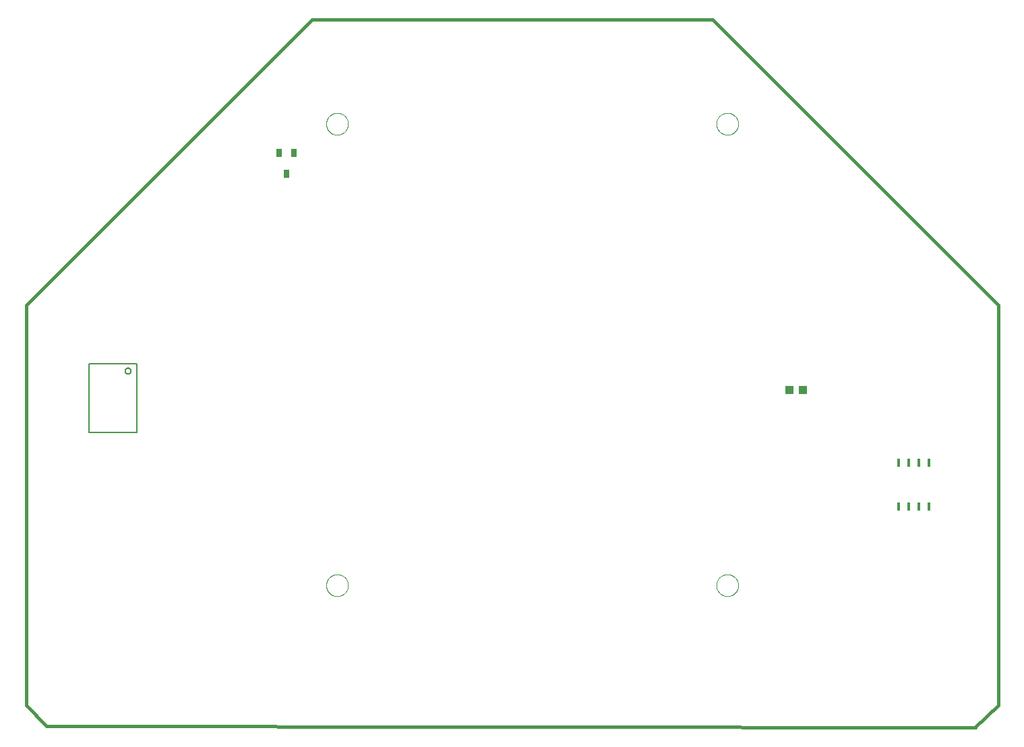
<source format=gtp>
G75*
%MOIN*%
%OFA0B0*%
%FSLAX25Y25*%
%IPPOS*%
%LPD*%
%AMOC8*
5,1,8,0,0,1.08239X$1,22.5*
%
%ADD10C,0.01600*%
%ADD11C,0.00000*%
%ADD12C,0.00500*%
%ADD13R,0.01819X0.04331*%
%ADD14R,0.02756X0.03937*%
%ADD15R,0.04331X0.03937*%
D10*
X0058905Y0179884D02*
X0048884Y0190305D01*
X0048884Y0388295D01*
X0190305Y0529716D01*
X0388295Y0529716D01*
X0529716Y0388295D01*
X0529716Y0190305D01*
X0518095Y0179184D01*
X0518195Y0179316D02*
X0059005Y0179916D01*
D11*
X0197324Y0249599D02*
X0197326Y0249746D01*
X0197332Y0249892D01*
X0197342Y0250038D01*
X0197356Y0250184D01*
X0197374Y0250330D01*
X0197395Y0250475D01*
X0197421Y0250619D01*
X0197451Y0250763D01*
X0197484Y0250905D01*
X0197521Y0251047D01*
X0197562Y0251188D01*
X0197607Y0251327D01*
X0197656Y0251466D01*
X0197708Y0251603D01*
X0197765Y0251738D01*
X0197824Y0251872D01*
X0197888Y0252004D01*
X0197955Y0252134D01*
X0198025Y0252263D01*
X0198099Y0252390D01*
X0198176Y0252514D01*
X0198257Y0252637D01*
X0198341Y0252757D01*
X0198428Y0252875D01*
X0198518Y0252990D01*
X0198611Y0253103D01*
X0198708Y0253214D01*
X0198807Y0253322D01*
X0198909Y0253427D01*
X0199014Y0253529D01*
X0199122Y0253628D01*
X0199233Y0253725D01*
X0199346Y0253818D01*
X0199461Y0253908D01*
X0199579Y0253995D01*
X0199699Y0254079D01*
X0199822Y0254160D01*
X0199946Y0254237D01*
X0200073Y0254311D01*
X0200202Y0254381D01*
X0200332Y0254448D01*
X0200464Y0254512D01*
X0200598Y0254571D01*
X0200733Y0254628D01*
X0200870Y0254680D01*
X0201009Y0254729D01*
X0201148Y0254774D01*
X0201289Y0254815D01*
X0201431Y0254852D01*
X0201573Y0254885D01*
X0201717Y0254915D01*
X0201861Y0254941D01*
X0202006Y0254962D01*
X0202152Y0254980D01*
X0202298Y0254994D01*
X0202444Y0255004D01*
X0202590Y0255010D01*
X0202737Y0255012D01*
X0202884Y0255010D01*
X0203030Y0255004D01*
X0203176Y0254994D01*
X0203322Y0254980D01*
X0203468Y0254962D01*
X0203613Y0254941D01*
X0203757Y0254915D01*
X0203901Y0254885D01*
X0204043Y0254852D01*
X0204185Y0254815D01*
X0204326Y0254774D01*
X0204465Y0254729D01*
X0204604Y0254680D01*
X0204741Y0254628D01*
X0204876Y0254571D01*
X0205010Y0254512D01*
X0205142Y0254448D01*
X0205272Y0254381D01*
X0205401Y0254311D01*
X0205528Y0254237D01*
X0205652Y0254160D01*
X0205775Y0254079D01*
X0205895Y0253995D01*
X0206013Y0253908D01*
X0206128Y0253818D01*
X0206241Y0253725D01*
X0206352Y0253628D01*
X0206460Y0253529D01*
X0206565Y0253427D01*
X0206667Y0253322D01*
X0206766Y0253214D01*
X0206863Y0253103D01*
X0206956Y0252990D01*
X0207046Y0252875D01*
X0207133Y0252757D01*
X0207217Y0252637D01*
X0207298Y0252514D01*
X0207375Y0252390D01*
X0207449Y0252263D01*
X0207519Y0252134D01*
X0207586Y0252004D01*
X0207650Y0251872D01*
X0207709Y0251738D01*
X0207766Y0251603D01*
X0207818Y0251466D01*
X0207867Y0251327D01*
X0207912Y0251188D01*
X0207953Y0251047D01*
X0207990Y0250905D01*
X0208023Y0250763D01*
X0208053Y0250619D01*
X0208079Y0250475D01*
X0208100Y0250330D01*
X0208118Y0250184D01*
X0208132Y0250038D01*
X0208142Y0249892D01*
X0208148Y0249746D01*
X0208150Y0249599D01*
X0208148Y0249452D01*
X0208142Y0249306D01*
X0208132Y0249160D01*
X0208118Y0249014D01*
X0208100Y0248868D01*
X0208079Y0248723D01*
X0208053Y0248579D01*
X0208023Y0248435D01*
X0207990Y0248293D01*
X0207953Y0248151D01*
X0207912Y0248010D01*
X0207867Y0247871D01*
X0207818Y0247732D01*
X0207766Y0247595D01*
X0207709Y0247460D01*
X0207650Y0247326D01*
X0207586Y0247194D01*
X0207519Y0247064D01*
X0207449Y0246935D01*
X0207375Y0246808D01*
X0207298Y0246684D01*
X0207217Y0246561D01*
X0207133Y0246441D01*
X0207046Y0246323D01*
X0206956Y0246208D01*
X0206863Y0246095D01*
X0206766Y0245984D01*
X0206667Y0245876D01*
X0206565Y0245771D01*
X0206460Y0245669D01*
X0206352Y0245570D01*
X0206241Y0245473D01*
X0206128Y0245380D01*
X0206013Y0245290D01*
X0205895Y0245203D01*
X0205775Y0245119D01*
X0205652Y0245038D01*
X0205528Y0244961D01*
X0205401Y0244887D01*
X0205272Y0244817D01*
X0205142Y0244750D01*
X0205010Y0244686D01*
X0204876Y0244627D01*
X0204741Y0244570D01*
X0204604Y0244518D01*
X0204465Y0244469D01*
X0204326Y0244424D01*
X0204185Y0244383D01*
X0204043Y0244346D01*
X0203901Y0244313D01*
X0203757Y0244283D01*
X0203613Y0244257D01*
X0203468Y0244236D01*
X0203322Y0244218D01*
X0203176Y0244204D01*
X0203030Y0244194D01*
X0202884Y0244188D01*
X0202737Y0244186D01*
X0202590Y0244188D01*
X0202444Y0244194D01*
X0202298Y0244204D01*
X0202152Y0244218D01*
X0202006Y0244236D01*
X0201861Y0244257D01*
X0201717Y0244283D01*
X0201573Y0244313D01*
X0201431Y0244346D01*
X0201289Y0244383D01*
X0201148Y0244424D01*
X0201009Y0244469D01*
X0200870Y0244518D01*
X0200733Y0244570D01*
X0200598Y0244627D01*
X0200464Y0244686D01*
X0200332Y0244750D01*
X0200202Y0244817D01*
X0200073Y0244887D01*
X0199946Y0244961D01*
X0199822Y0245038D01*
X0199699Y0245119D01*
X0199579Y0245203D01*
X0199461Y0245290D01*
X0199346Y0245380D01*
X0199233Y0245473D01*
X0199122Y0245570D01*
X0199014Y0245669D01*
X0198909Y0245771D01*
X0198807Y0245876D01*
X0198708Y0245984D01*
X0198611Y0246095D01*
X0198518Y0246208D01*
X0198428Y0246323D01*
X0198341Y0246441D01*
X0198257Y0246561D01*
X0198176Y0246684D01*
X0198099Y0246808D01*
X0198025Y0246935D01*
X0197955Y0247064D01*
X0197888Y0247194D01*
X0197824Y0247326D01*
X0197765Y0247460D01*
X0197708Y0247595D01*
X0197656Y0247732D01*
X0197607Y0247871D01*
X0197562Y0248010D01*
X0197521Y0248151D01*
X0197484Y0248293D01*
X0197451Y0248435D01*
X0197421Y0248579D01*
X0197395Y0248723D01*
X0197374Y0248868D01*
X0197356Y0249014D01*
X0197342Y0249160D01*
X0197332Y0249306D01*
X0197326Y0249452D01*
X0197324Y0249599D01*
X0390237Y0249599D02*
X0390239Y0249746D01*
X0390245Y0249892D01*
X0390255Y0250038D01*
X0390269Y0250184D01*
X0390287Y0250330D01*
X0390308Y0250475D01*
X0390334Y0250619D01*
X0390364Y0250763D01*
X0390397Y0250905D01*
X0390434Y0251047D01*
X0390475Y0251188D01*
X0390520Y0251327D01*
X0390569Y0251466D01*
X0390621Y0251603D01*
X0390678Y0251738D01*
X0390737Y0251872D01*
X0390801Y0252004D01*
X0390868Y0252134D01*
X0390938Y0252263D01*
X0391012Y0252390D01*
X0391089Y0252514D01*
X0391170Y0252637D01*
X0391254Y0252757D01*
X0391341Y0252875D01*
X0391431Y0252990D01*
X0391524Y0253103D01*
X0391621Y0253214D01*
X0391720Y0253322D01*
X0391822Y0253427D01*
X0391927Y0253529D01*
X0392035Y0253628D01*
X0392146Y0253725D01*
X0392259Y0253818D01*
X0392374Y0253908D01*
X0392492Y0253995D01*
X0392612Y0254079D01*
X0392735Y0254160D01*
X0392859Y0254237D01*
X0392986Y0254311D01*
X0393115Y0254381D01*
X0393245Y0254448D01*
X0393377Y0254512D01*
X0393511Y0254571D01*
X0393646Y0254628D01*
X0393783Y0254680D01*
X0393922Y0254729D01*
X0394061Y0254774D01*
X0394202Y0254815D01*
X0394344Y0254852D01*
X0394486Y0254885D01*
X0394630Y0254915D01*
X0394774Y0254941D01*
X0394919Y0254962D01*
X0395065Y0254980D01*
X0395211Y0254994D01*
X0395357Y0255004D01*
X0395503Y0255010D01*
X0395650Y0255012D01*
X0395797Y0255010D01*
X0395943Y0255004D01*
X0396089Y0254994D01*
X0396235Y0254980D01*
X0396381Y0254962D01*
X0396526Y0254941D01*
X0396670Y0254915D01*
X0396814Y0254885D01*
X0396956Y0254852D01*
X0397098Y0254815D01*
X0397239Y0254774D01*
X0397378Y0254729D01*
X0397517Y0254680D01*
X0397654Y0254628D01*
X0397789Y0254571D01*
X0397923Y0254512D01*
X0398055Y0254448D01*
X0398185Y0254381D01*
X0398314Y0254311D01*
X0398441Y0254237D01*
X0398565Y0254160D01*
X0398688Y0254079D01*
X0398808Y0253995D01*
X0398926Y0253908D01*
X0399041Y0253818D01*
X0399154Y0253725D01*
X0399265Y0253628D01*
X0399373Y0253529D01*
X0399478Y0253427D01*
X0399580Y0253322D01*
X0399679Y0253214D01*
X0399776Y0253103D01*
X0399869Y0252990D01*
X0399959Y0252875D01*
X0400046Y0252757D01*
X0400130Y0252637D01*
X0400211Y0252514D01*
X0400288Y0252390D01*
X0400362Y0252263D01*
X0400432Y0252134D01*
X0400499Y0252004D01*
X0400563Y0251872D01*
X0400622Y0251738D01*
X0400679Y0251603D01*
X0400731Y0251466D01*
X0400780Y0251327D01*
X0400825Y0251188D01*
X0400866Y0251047D01*
X0400903Y0250905D01*
X0400936Y0250763D01*
X0400966Y0250619D01*
X0400992Y0250475D01*
X0401013Y0250330D01*
X0401031Y0250184D01*
X0401045Y0250038D01*
X0401055Y0249892D01*
X0401061Y0249746D01*
X0401063Y0249599D01*
X0401061Y0249452D01*
X0401055Y0249306D01*
X0401045Y0249160D01*
X0401031Y0249014D01*
X0401013Y0248868D01*
X0400992Y0248723D01*
X0400966Y0248579D01*
X0400936Y0248435D01*
X0400903Y0248293D01*
X0400866Y0248151D01*
X0400825Y0248010D01*
X0400780Y0247871D01*
X0400731Y0247732D01*
X0400679Y0247595D01*
X0400622Y0247460D01*
X0400563Y0247326D01*
X0400499Y0247194D01*
X0400432Y0247064D01*
X0400362Y0246935D01*
X0400288Y0246808D01*
X0400211Y0246684D01*
X0400130Y0246561D01*
X0400046Y0246441D01*
X0399959Y0246323D01*
X0399869Y0246208D01*
X0399776Y0246095D01*
X0399679Y0245984D01*
X0399580Y0245876D01*
X0399478Y0245771D01*
X0399373Y0245669D01*
X0399265Y0245570D01*
X0399154Y0245473D01*
X0399041Y0245380D01*
X0398926Y0245290D01*
X0398808Y0245203D01*
X0398688Y0245119D01*
X0398565Y0245038D01*
X0398441Y0244961D01*
X0398314Y0244887D01*
X0398185Y0244817D01*
X0398055Y0244750D01*
X0397923Y0244686D01*
X0397789Y0244627D01*
X0397654Y0244570D01*
X0397517Y0244518D01*
X0397378Y0244469D01*
X0397239Y0244424D01*
X0397098Y0244383D01*
X0396956Y0244346D01*
X0396814Y0244313D01*
X0396670Y0244283D01*
X0396526Y0244257D01*
X0396381Y0244236D01*
X0396235Y0244218D01*
X0396089Y0244204D01*
X0395943Y0244194D01*
X0395797Y0244188D01*
X0395650Y0244186D01*
X0395503Y0244188D01*
X0395357Y0244194D01*
X0395211Y0244204D01*
X0395065Y0244218D01*
X0394919Y0244236D01*
X0394774Y0244257D01*
X0394630Y0244283D01*
X0394486Y0244313D01*
X0394344Y0244346D01*
X0394202Y0244383D01*
X0394061Y0244424D01*
X0393922Y0244469D01*
X0393783Y0244518D01*
X0393646Y0244570D01*
X0393511Y0244627D01*
X0393377Y0244686D01*
X0393245Y0244750D01*
X0393115Y0244817D01*
X0392986Y0244887D01*
X0392859Y0244961D01*
X0392735Y0245038D01*
X0392612Y0245119D01*
X0392492Y0245203D01*
X0392374Y0245290D01*
X0392259Y0245380D01*
X0392146Y0245473D01*
X0392035Y0245570D01*
X0391927Y0245669D01*
X0391822Y0245771D01*
X0391720Y0245876D01*
X0391621Y0245984D01*
X0391524Y0246095D01*
X0391431Y0246208D01*
X0391341Y0246323D01*
X0391254Y0246441D01*
X0391170Y0246561D01*
X0391089Y0246684D01*
X0391012Y0246808D01*
X0390938Y0246935D01*
X0390868Y0247064D01*
X0390801Y0247194D01*
X0390737Y0247326D01*
X0390678Y0247460D01*
X0390621Y0247595D01*
X0390569Y0247732D01*
X0390520Y0247871D01*
X0390475Y0248010D01*
X0390434Y0248151D01*
X0390397Y0248293D01*
X0390364Y0248435D01*
X0390334Y0248579D01*
X0390308Y0248723D01*
X0390287Y0248868D01*
X0390269Y0249014D01*
X0390255Y0249160D01*
X0390245Y0249306D01*
X0390239Y0249452D01*
X0390237Y0249599D01*
X0390237Y0477946D02*
X0390239Y0478093D01*
X0390245Y0478239D01*
X0390255Y0478385D01*
X0390269Y0478531D01*
X0390287Y0478677D01*
X0390308Y0478822D01*
X0390334Y0478966D01*
X0390364Y0479110D01*
X0390397Y0479252D01*
X0390434Y0479394D01*
X0390475Y0479535D01*
X0390520Y0479674D01*
X0390569Y0479813D01*
X0390621Y0479950D01*
X0390678Y0480085D01*
X0390737Y0480219D01*
X0390801Y0480351D01*
X0390868Y0480481D01*
X0390938Y0480610D01*
X0391012Y0480737D01*
X0391089Y0480861D01*
X0391170Y0480984D01*
X0391254Y0481104D01*
X0391341Y0481222D01*
X0391431Y0481337D01*
X0391524Y0481450D01*
X0391621Y0481561D01*
X0391720Y0481669D01*
X0391822Y0481774D01*
X0391927Y0481876D01*
X0392035Y0481975D01*
X0392146Y0482072D01*
X0392259Y0482165D01*
X0392374Y0482255D01*
X0392492Y0482342D01*
X0392612Y0482426D01*
X0392735Y0482507D01*
X0392859Y0482584D01*
X0392986Y0482658D01*
X0393115Y0482728D01*
X0393245Y0482795D01*
X0393377Y0482859D01*
X0393511Y0482918D01*
X0393646Y0482975D01*
X0393783Y0483027D01*
X0393922Y0483076D01*
X0394061Y0483121D01*
X0394202Y0483162D01*
X0394344Y0483199D01*
X0394486Y0483232D01*
X0394630Y0483262D01*
X0394774Y0483288D01*
X0394919Y0483309D01*
X0395065Y0483327D01*
X0395211Y0483341D01*
X0395357Y0483351D01*
X0395503Y0483357D01*
X0395650Y0483359D01*
X0395797Y0483357D01*
X0395943Y0483351D01*
X0396089Y0483341D01*
X0396235Y0483327D01*
X0396381Y0483309D01*
X0396526Y0483288D01*
X0396670Y0483262D01*
X0396814Y0483232D01*
X0396956Y0483199D01*
X0397098Y0483162D01*
X0397239Y0483121D01*
X0397378Y0483076D01*
X0397517Y0483027D01*
X0397654Y0482975D01*
X0397789Y0482918D01*
X0397923Y0482859D01*
X0398055Y0482795D01*
X0398185Y0482728D01*
X0398314Y0482658D01*
X0398441Y0482584D01*
X0398565Y0482507D01*
X0398688Y0482426D01*
X0398808Y0482342D01*
X0398926Y0482255D01*
X0399041Y0482165D01*
X0399154Y0482072D01*
X0399265Y0481975D01*
X0399373Y0481876D01*
X0399478Y0481774D01*
X0399580Y0481669D01*
X0399679Y0481561D01*
X0399776Y0481450D01*
X0399869Y0481337D01*
X0399959Y0481222D01*
X0400046Y0481104D01*
X0400130Y0480984D01*
X0400211Y0480861D01*
X0400288Y0480737D01*
X0400362Y0480610D01*
X0400432Y0480481D01*
X0400499Y0480351D01*
X0400563Y0480219D01*
X0400622Y0480085D01*
X0400679Y0479950D01*
X0400731Y0479813D01*
X0400780Y0479674D01*
X0400825Y0479535D01*
X0400866Y0479394D01*
X0400903Y0479252D01*
X0400936Y0479110D01*
X0400966Y0478966D01*
X0400992Y0478822D01*
X0401013Y0478677D01*
X0401031Y0478531D01*
X0401045Y0478385D01*
X0401055Y0478239D01*
X0401061Y0478093D01*
X0401063Y0477946D01*
X0401061Y0477799D01*
X0401055Y0477653D01*
X0401045Y0477507D01*
X0401031Y0477361D01*
X0401013Y0477215D01*
X0400992Y0477070D01*
X0400966Y0476926D01*
X0400936Y0476782D01*
X0400903Y0476640D01*
X0400866Y0476498D01*
X0400825Y0476357D01*
X0400780Y0476218D01*
X0400731Y0476079D01*
X0400679Y0475942D01*
X0400622Y0475807D01*
X0400563Y0475673D01*
X0400499Y0475541D01*
X0400432Y0475411D01*
X0400362Y0475282D01*
X0400288Y0475155D01*
X0400211Y0475031D01*
X0400130Y0474908D01*
X0400046Y0474788D01*
X0399959Y0474670D01*
X0399869Y0474555D01*
X0399776Y0474442D01*
X0399679Y0474331D01*
X0399580Y0474223D01*
X0399478Y0474118D01*
X0399373Y0474016D01*
X0399265Y0473917D01*
X0399154Y0473820D01*
X0399041Y0473727D01*
X0398926Y0473637D01*
X0398808Y0473550D01*
X0398688Y0473466D01*
X0398565Y0473385D01*
X0398441Y0473308D01*
X0398314Y0473234D01*
X0398185Y0473164D01*
X0398055Y0473097D01*
X0397923Y0473033D01*
X0397789Y0472974D01*
X0397654Y0472917D01*
X0397517Y0472865D01*
X0397378Y0472816D01*
X0397239Y0472771D01*
X0397098Y0472730D01*
X0396956Y0472693D01*
X0396814Y0472660D01*
X0396670Y0472630D01*
X0396526Y0472604D01*
X0396381Y0472583D01*
X0396235Y0472565D01*
X0396089Y0472551D01*
X0395943Y0472541D01*
X0395797Y0472535D01*
X0395650Y0472533D01*
X0395503Y0472535D01*
X0395357Y0472541D01*
X0395211Y0472551D01*
X0395065Y0472565D01*
X0394919Y0472583D01*
X0394774Y0472604D01*
X0394630Y0472630D01*
X0394486Y0472660D01*
X0394344Y0472693D01*
X0394202Y0472730D01*
X0394061Y0472771D01*
X0393922Y0472816D01*
X0393783Y0472865D01*
X0393646Y0472917D01*
X0393511Y0472974D01*
X0393377Y0473033D01*
X0393245Y0473097D01*
X0393115Y0473164D01*
X0392986Y0473234D01*
X0392859Y0473308D01*
X0392735Y0473385D01*
X0392612Y0473466D01*
X0392492Y0473550D01*
X0392374Y0473637D01*
X0392259Y0473727D01*
X0392146Y0473820D01*
X0392035Y0473917D01*
X0391927Y0474016D01*
X0391822Y0474118D01*
X0391720Y0474223D01*
X0391621Y0474331D01*
X0391524Y0474442D01*
X0391431Y0474555D01*
X0391341Y0474670D01*
X0391254Y0474788D01*
X0391170Y0474908D01*
X0391089Y0475031D01*
X0391012Y0475155D01*
X0390938Y0475282D01*
X0390868Y0475411D01*
X0390801Y0475541D01*
X0390737Y0475673D01*
X0390678Y0475807D01*
X0390621Y0475942D01*
X0390569Y0476079D01*
X0390520Y0476218D01*
X0390475Y0476357D01*
X0390434Y0476498D01*
X0390397Y0476640D01*
X0390364Y0476782D01*
X0390334Y0476926D01*
X0390308Y0477070D01*
X0390287Y0477215D01*
X0390269Y0477361D01*
X0390255Y0477507D01*
X0390245Y0477653D01*
X0390239Y0477799D01*
X0390237Y0477946D01*
X0197324Y0477946D02*
X0197326Y0478093D01*
X0197332Y0478239D01*
X0197342Y0478385D01*
X0197356Y0478531D01*
X0197374Y0478677D01*
X0197395Y0478822D01*
X0197421Y0478966D01*
X0197451Y0479110D01*
X0197484Y0479252D01*
X0197521Y0479394D01*
X0197562Y0479535D01*
X0197607Y0479674D01*
X0197656Y0479813D01*
X0197708Y0479950D01*
X0197765Y0480085D01*
X0197824Y0480219D01*
X0197888Y0480351D01*
X0197955Y0480481D01*
X0198025Y0480610D01*
X0198099Y0480737D01*
X0198176Y0480861D01*
X0198257Y0480984D01*
X0198341Y0481104D01*
X0198428Y0481222D01*
X0198518Y0481337D01*
X0198611Y0481450D01*
X0198708Y0481561D01*
X0198807Y0481669D01*
X0198909Y0481774D01*
X0199014Y0481876D01*
X0199122Y0481975D01*
X0199233Y0482072D01*
X0199346Y0482165D01*
X0199461Y0482255D01*
X0199579Y0482342D01*
X0199699Y0482426D01*
X0199822Y0482507D01*
X0199946Y0482584D01*
X0200073Y0482658D01*
X0200202Y0482728D01*
X0200332Y0482795D01*
X0200464Y0482859D01*
X0200598Y0482918D01*
X0200733Y0482975D01*
X0200870Y0483027D01*
X0201009Y0483076D01*
X0201148Y0483121D01*
X0201289Y0483162D01*
X0201431Y0483199D01*
X0201573Y0483232D01*
X0201717Y0483262D01*
X0201861Y0483288D01*
X0202006Y0483309D01*
X0202152Y0483327D01*
X0202298Y0483341D01*
X0202444Y0483351D01*
X0202590Y0483357D01*
X0202737Y0483359D01*
X0202884Y0483357D01*
X0203030Y0483351D01*
X0203176Y0483341D01*
X0203322Y0483327D01*
X0203468Y0483309D01*
X0203613Y0483288D01*
X0203757Y0483262D01*
X0203901Y0483232D01*
X0204043Y0483199D01*
X0204185Y0483162D01*
X0204326Y0483121D01*
X0204465Y0483076D01*
X0204604Y0483027D01*
X0204741Y0482975D01*
X0204876Y0482918D01*
X0205010Y0482859D01*
X0205142Y0482795D01*
X0205272Y0482728D01*
X0205401Y0482658D01*
X0205528Y0482584D01*
X0205652Y0482507D01*
X0205775Y0482426D01*
X0205895Y0482342D01*
X0206013Y0482255D01*
X0206128Y0482165D01*
X0206241Y0482072D01*
X0206352Y0481975D01*
X0206460Y0481876D01*
X0206565Y0481774D01*
X0206667Y0481669D01*
X0206766Y0481561D01*
X0206863Y0481450D01*
X0206956Y0481337D01*
X0207046Y0481222D01*
X0207133Y0481104D01*
X0207217Y0480984D01*
X0207298Y0480861D01*
X0207375Y0480737D01*
X0207449Y0480610D01*
X0207519Y0480481D01*
X0207586Y0480351D01*
X0207650Y0480219D01*
X0207709Y0480085D01*
X0207766Y0479950D01*
X0207818Y0479813D01*
X0207867Y0479674D01*
X0207912Y0479535D01*
X0207953Y0479394D01*
X0207990Y0479252D01*
X0208023Y0479110D01*
X0208053Y0478966D01*
X0208079Y0478822D01*
X0208100Y0478677D01*
X0208118Y0478531D01*
X0208132Y0478385D01*
X0208142Y0478239D01*
X0208148Y0478093D01*
X0208150Y0477946D01*
X0208148Y0477799D01*
X0208142Y0477653D01*
X0208132Y0477507D01*
X0208118Y0477361D01*
X0208100Y0477215D01*
X0208079Y0477070D01*
X0208053Y0476926D01*
X0208023Y0476782D01*
X0207990Y0476640D01*
X0207953Y0476498D01*
X0207912Y0476357D01*
X0207867Y0476218D01*
X0207818Y0476079D01*
X0207766Y0475942D01*
X0207709Y0475807D01*
X0207650Y0475673D01*
X0207586Y0475541D01*
X0207519Y0475411D01*
X0207449Y0475282D01*
X0207375Y0475155D01*
X0207298Y0475031D01*
X0207217Y0474908D01*
X0207133Y0474788D01*
X0207046Y0474670D01*
X0206956Y0474555D01*
X0206863Y0474442D01*
X0206766Y0474331D01*
X0206667Y0474223D01*
X0206565Y0474118D01*
X0206460Y0474016D01*
X0206352Y0473917D01*
X0206241Y0473820D01*
X0206128Y0473727D01*
X0206013Y0473637D01*
X0205895Y0473550D01*
X0205775Y0473466D01*
X0205652Y0473385D01*
X0205528Y0473308D01*
X0205401Y0473234D01*
X0205272Y0473164D01*
X0205142Y0473097D01*
X0205010Y0473033D01*
X0204876Y0472974D01*
X0204741Y0472917D01*
X0204604Y0472865D01*
X0204465Y0472816D01*
X0204326Y0472771D01*
X0204185Y0472730D01*
X0204043Y0472693D01*
X0203901Y0472660D01*
X0203757Y0472630D01*
X0203613Y0472604D01*
X0203468Y0472583D01*
X0203322Y0472565D01*
X0203176Y0472551D01*
X0203030Y0472541D01*
X0202884Y0472535D01*
X0202737Y0472533D01*
X0202590Y0472535D01*
X0202444Y0472541D01*
X0202298Y0472551D01*
X0202152Y0472565D01*
X0202006Y0472583D01*
X0201861Y0472604D01*
X0201717Y0472630D01*
X0201573Y0472660D01*
X0201431Y0472693D01*
X0201289Y0472730D01*
X0201148Y0472771D01*
X0201009Y0472816D01*
X0200870Y0472865D01*
X0200733Y0472917D01*
X0200598Y0472974D01*
X0200464Y0473033D01*
X0200332Y0473097D01*
X0200202Y0473164D01*
X0200073Y0473234D01*
X0199946Y0473308D01*
X0199822Y0473385D01*
X0199699Y0473466D01*
X0199579Y0473550D01*
X0199461Y0473637D01*
X0199346Y0473727D01*
X0199233Y0473820D01*
X0199122Y0473917D01*
X0199014Y0474016D01*
X0198909Y0474118D01*
X0198807Y0474223D01*
X0198708Y0474331D01*
X0198611Y0474442D01*
X0198518Y0474555D01*
X0198428Y0474670D01*
X0198341Y0474788D01*
X0198257Y0474908D01*
X0198176Y0475031D01*
X0198099Y0475155D01*
X0198025Y0475282D01*
X0197955Y0475411D01*
X0197888Y0475541D01*
X0197824Y0475673D01*
X0197765Y0475807D01*
X0197708Y0475942D01*
X0197656Y0476079D01*
X0197607Y0476218D01*
X0197562Y0476357D01*
X0197521Y0476498D01*
X0197484Y0476640D01*
X0197451Y0476782D01*
X0197421Y0476926D01*
X0197395Y0477070D01*
X0197374Y0477215D01*
X0197356Y0477361D01*
X0197342Y0477507D01*
X0197332Y0477653D01*
X0197326Y0477799D01*
X0197324Y0477946D01*
D12*
X0103642Y0359235D02*
X0080020Y0359235D01*
X0080020Y0325376D01*
X0103642Y0325376D01*
X0103642Y0359235D01*
X0097892Y0355691D02*
X0097894Y0355766D01*
X0097900Y0355841D01*
X0097910Y0355915D01*
X0097924Y0355989D01*
X0097941Y0356062D01*
X0097963Y0356133D01*
X0097988Y0356204D01*
X0098017Y0356273D01*
X0098049Y0356341D01*
X0098085Y0356406D01*
X0098125Y0356470D01*
X0098168Y0356532D01*
X0098214Y0356591D01*
X0098263Y0356648D01*
X0098315Y0356702D01*
X0098369Y0356753D01*
X0098427Y0356801D01*
X0098486Y0356846D01*
X0098549Y0356888D01*
X0098613Y0356927D01*
X0098679Y0356962D01*
X0098747Y0356994D01*
X0098817Y0357022D01*
X0098887Y0357046D01*
X0098960Y0357067D01*
X0099033Y0357083D01*
X0099107Y0357096D01*
X0099181Y0357105D01*
X0099256Y0357110D01*
X0099331Y0357111D01*
X0099406Y0357108D01*
X0099480Y0357101D01*
X0099554Y0357090D01*
X0099628Y0357075D01*
X0099701Y0357057D01*
X0099772Y0357034D01*
X0099842Y0357008D01*
X0099911Y0356978D01*
X0099978Y0356945D01*
X0100044Y0356908D01*
X0100107Y0356868D01*
X0100168Y0356824D01*
X0100226Y0356777D01*
X0100282Y0356728D01*
X0100336Y0356675D01*
X0100386Y0356620D01*
X0100434Y0356562D01*
X0100478Y0356501D01*
X0100519Y0356439D01*
X0100557Y0356374D01*
X0100591Y0356307D01*
X0100622Y0356239D01*
X0100649Y0356169D01*
X0100673Y0356098D01*
X0100692Y0356025D01*
X0100708Y0355952D01*
X0100720Y0355878D01*
X0100728Y0355803D01*
X0100732Y0355728D01*
X0100732Y0355654D01*
X0100728Y0355579D01*
X0100720Y0355504D01*
X0100708Y0355430D01*
X0100692Y0355357D01*
X0100673Y0355284D01*
X0100649Y0355213D01*
X0100622Y0355143D01*
X0100591Y0355075D01*
X0100557Y0355008D01*
X0100519Y0354943D01*
X0100478Y0354881D01*
X0100434Y0354820D01*
X0100386Y0354762D01*
X0100336Y0354707D01*
X0100282Y0354654D01*
X0100226Y0354605D01*
X0100168Y0354558D01*
X0100107Y0354514D01*
X0100044Y0354474D01*
X0099978Y0354437D01*
X0099911Y0354404D01*
X0099842Y0354374D01*
X0099772Y0354348D01*
X0099701Y0354325D01*
X0099628Y0354307D01*
X0099554Y0354292D01*
X0099480Y0354281D01*
X0099406Y0354274D01*
X0099331Y0354271D01*
X0099256Y0354272D01*
X0099181Y0354277D01*
X0099107Y0354286D01*
X0099033Y0354299D01*
X0098960Y0354315D01*
X0098887Y0354336D01*
X0098817Y0354360D01*
X0098747Y0354388D01*
X0098679Y0354420D01*
X0098613Y0354455D01*
X0098549Y0354494D01*
X0098486Y0354536D01*
X0098427Y0354581D01*
X0098369Y0354629D01*
X0098315Y0354680D01*
X0098263Y0354734D01*
X0098214Y0354791D01*
X0098168Y0354850D01*
X0098125Y0354912D01*
X0098085Y0354976D01*
X0098049Y0355041D01*
X0098017Y0355109D01*
X0097988Y0355178D01*
X0097963Y0355249D01*
X0097941Y0355320D01*
X0097924Y0355393D01*
X0097910Y0355467D01*
X0097900Y0355541D01*
X0097894Y0355616D01*
X0097892Y0355691D01*
D13*
X0480506Y0310210D03*
X0485506Y0310210D03*
X0490506Y0310210D03*
X0495506Y0310210D03*
X0495506Y0288557D03*
X0490506Y0288557D03*
X0485506Y0288557D03*
X0480506Y0288557D03*
D14*
X0181349Y0463445D03*
X0173868Y0463445D03*
X0177608Y0453209D03*
D15*
X0426402Y0346345D03*
X0433095Y0346345D03*
M02*

</source>
